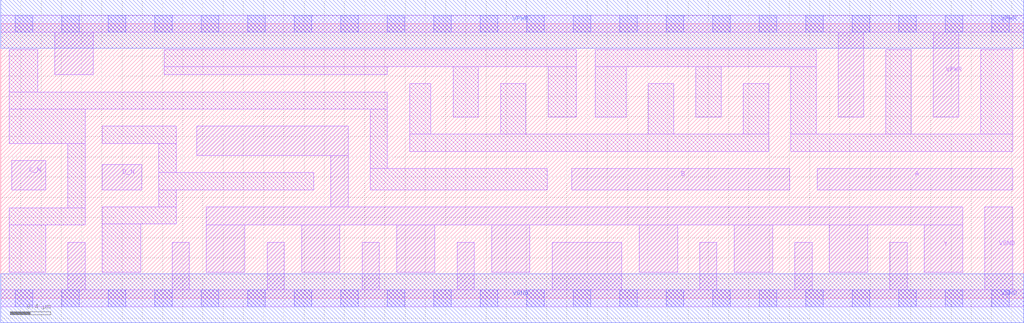
<source format=lef>
# Copyright 2020 The SkyWater PDK Authors
#
# Licensed under the Apache License, Version 2.0 (the "License");
# you may not use this file except in compliance with the License.
# You may obtain a copy of the License at
#
#     https://www.apache.org/licenses/LICENSE-2.0
#
# Unless required by applicable law or agreed to in writing, software
# distributed under the License is distributed on an "AS IS" BASIS,
# WITHOUT WARRANTIES OR CONDITIONS OF ANY KIND, either express or implied.
# See the License for the specific language governing permissions and
# limitations under the License.
#
# SPDX-License-Identifier: Apache-2.0

VERSION 5.7 ;
  NAMESCASESENSITIVE ON ;
  NOWIREEXTENSIONATPIN ON ;
  DIVIDERCHAR "/" ;
  BUSBITCHARS "[]" ;
UNITS
  DATABASE MICRONS 200 ;
END UNITS
PROPERTYDEFINITIONS
  MACRO maskLayoutSubType STRING ;
  MACRO prCellType STRING ;
  MACRO originalViewName STRING ;
END PROPERTYDEFINITIONS
MACRO sky130_fd_sc_hdll__nor4bb_4
  CLASS CORE ;
  FOREIGN sky130_fd_sc_hdll__nor4bb_4 ;
  ORIGIN  0.000000  0.000000 ;
  SIZE  10.12000 BY  2.720000 ;
  SYMMETRY X Y R90 ;
  SITE unithd ;
  PIN A
    ANTENNAGATEAREA  1.110000 ;
    DIRECTION INPUT ;
    USE SIGNAL ;
    PORT
      LAYER li1 ;
        RECT 8.075000 1.075000 10.010000 1.285000 ;
    END
  END A
  PIN B
    ANTENNAGATEAREA  1.110000 ;
    DIRECTION INPUT ;
    USE SIGNAL ;
    PORT
      LAYER li1 ;
        RECT 5.650000 1.075000 7.805000 1.285000 ;
    END
  END B
  PIN C_N
    ANTENNAGATEAREA  0.277500 ;
    DIRECTION INPUT ;
    USE SIGNAL ;
    PORT
      LAYER li1 ;
        RECT 0.110000 1.075000 0.445000 1.365000 ;
    END
  END C_N
  PIN D_N
    ANTENNAGATEAREA  0.277500 ;
    DIRECTION INPUT ;
    USE SIGNAL ;
    PORT
      LAYER li1 ;
        RECT 1.005000 1.075000 1.395000 1.325000 ;
    END
  END D_N
  PIN VGND
    ANTENNADIFFAREA  2.223000 ;
    DIRECTION INOUT ;
    USE SIGNAL ;
    PORT
      LAYER li1 ;
        RECT 0.000000 -0.085000 10.120000 0.085000 ;
        RECT 0.665000  0.085000  0.835000 0.555000 ;
        RECT 1.695000  0.085000  1.865000 0.555000 ;
        RECT 2.635000  0.085000  2.805000 0.555000 ;
        RECT 3.575000  0.085000  3.745000 0.555000 ;
        RECT 4.515000  0.085000  4.685000 0.555000 ;
        RECT 5.455000  0.085000  6.145000 0.555000 ;
        RECT 6.915000  0.085000  7.085000 0.555000 ;
        RECT 7.855000  0.085000  8.025000 0.555000 ;
        RECT 8.795000  0.085000  8.965000 0.555000 ;
        RECT 9.735000  0.085000 10.010000 0.905000 ;
      LAYER mcon ;
        RECT 0.145000 -0.085000 0.315000 0.085000 ;
        RECT 0.605000 -0.085000 0.775000 0.085000 ;
        RECT 1.065000 -0.085000 1.235000 0.085000 ;
        RECT 1.525000 -0.085000 1.695000 0.085000 ;
        RECT 1.985000 -0.085000 2.155000 0.085000 ;
        RECT 2.445000 -0.085000 2.615000 0.085000 ;
        RECT 2.905000 -0.085000 3.075000 0.085000 ;
        RECT 3.365000 -0.085000 3.535000 0.085000 ;
        RECT 3.825000 -0.085000 3.995000 0.085000 ;
        RECT 4.285000 -0.085000 4.455000 0.085000 ;
        RECT 4.745000 -0.085000 4.915000 0.085000 ;
        RECT 5.205000 -0.085000 5.375000 0.085000 ;
        RECT 5.665000 -0.085000 5.835000 0.085000 ;
        RECT 6.125000 -0.085000 6.295000 0.085000 ;
        RECT 6.585000 -0.085000 6.755000 0.085000 ;
        RECT 7.045000 -0.085000 7.215000 0.085000 ;
        RECT 7.505000 -0.085000 7.675000 0.085000 ;
        RECT 7.965000 -0.085000 8.135000 0.085000 ;
        RECT 8.425000 -0.085000 8.595000 0.085000 ;
        RECT 8.885000 -0.085000 9.055000 0.085000 ;
        RECT 9.345000 -0.085000 9.515000 0.085000 ;
        RECT 9.805000 -0.085000 9.975000 0.085000 ;
      LAYER met1 ;
        RECT 0.000000 -0.240000 10.120000 0.240000 ;
    END
  END VGND
  PIN VPWR
    ANTENNADIFFAREA  0.870000 ;
    DIRECTION INOUT ;
    USE SIGNAL ;
    PORT
      LAYER li1 ;
        RECT 0.000000 2.635000 10.120000 2.805000 ;
        RECT 0.535000 2.215000  0.915000 2.635000 ;
        RECT 8.285000 1.795000  8.535000 2.635000 ;
        RECT 9.225000 1.795000  9.475000 2.635000 ;
      LAYER mcon ;
        RECT 0.145000 2.635000 0.315000 2.805000 ;
        RECT 0.605000 2.635000 0.775000 2.805000 ;
        RECT 1.065000 2.635000 1.235000 2.805000 ;
        RECT 1.525000 2.635000 1.695000 2.805000 ;
        RECT 1.985000 2.635000 2.155000 2.805000 ;
        RECT 2.445000 2.635000 2.615000 2.805000 ;
        RECT 2.905000 2.635000 3.075000 2.805000 ;
        RECT 3.365000 2.635000 3.535000 2.805000 ;
        RECT 3.825000 2.635000 3.995000 2.805000 ;
        RECT 4.285000 2.635000 4.455000 2.805000 ;
        RECT 4.745000 2.635000 4.915000 2.805000 ;
        RECT 5.205000 2.635000 5.375000 2.805000 ;
        RECT 5.665000 2.635000 5.835000 2.805000 ;
        RECT 6.125000 2.635000 6.295000 2.805000 ;
        RECT 6.585000 2.635000 6.755000 2.805000 ;
        RECT 7.045000 2.635000 7.215000 2.805000 ;
        RECT 7.505000 2.635000 7.675000 2.805000 ;
        RECT 7.965000 2.635000 8.135000 2.805000 ;
        RECT 8.425000 2.635000 8.595000 2.805000 ;
        RECT 8.885000 2.635000 9.055000 2.805000 ;
        RECT 9.345000 2.635000 9.515000 2.805000 ;
        RECT 9.805000 2.635000 9.975000 2.805000 ;
      LAYER met1 ;
        RECT 0.000000 2.480000 10.120000 2.960000 ;
    END
  END VPWR
  PIN Y
    ANTENNADIFFAREA  2.374000 ;
    DIRECTION OUTPUT ;
    USE SIGNAL ;
    PORT
      LAYER li1 ;
        RECT 1.940000 1.415000 3.435000 1.705000 ;
        RECT 2.035000 0.255000 2.415000 0.725000 ;
        RECT 2.035000 0.725000 9.515000 0.905000 ;
        RECT 2.975000 0.255000 3.355000 0.725000 ;
        RECT 3.265000 0.905000 3.435000 1.415000 ;
        RECT 3.915000 0.255000 4.295000 0.725000 ;
        RECT 4.855000 0.255000 5.235000 0.725000 ;
        RECT 6.315000 0.255000 6.695000 0.725000 ;
        RECT 7.255000 0.255000 7.635000 0.725000 ;
        RECT 8.195000 0.255000 8.575000 0.725000 ;
        RECT 9.135000 0.255000 9.515000 0.725000 ;
    END
  END Y
  OBS
    LAYER li1 ;
      RECT 0.085000 0.255000  0.445000 0.725000 ;
      RECT 0.085000 0.725000  0.835000 0.895000 ;
      RECT 0.085000 1.535000  0.835000 1.875000 ;
      RECT 0.085000 1.875000  3.825000 2.045000 ;
      RECT 0.085000 2.045000  0.365000 2.465000 ;
      RECT 0.665000 0.895000  0.835000 1.535000 ;
      RECT 1.005000 0.255000  1.385000 0.735000 ;
      RECT 1.005000 0.735000  1.735000 0.905000 ;
      RECT 1.005000 1.535000  1.735000 1.705000 ;
      RECT 1.565000 0.905000  1.735000 1.075000 ;
      RECT 1.565000 1.075000  3.095000 1.245000 ;
      RECT 1.565000 1.245000  1.735000 1.535000 ;
      RECT 1.615000 2.215000  3.825000 2.295000 ;
      RECT 1.615000 2.295000  5.695000 2.465000 ;
      RECT 3.655000 1.075000  5.405000 1.285000 ;
      RECT 3.655000 1.285000  3.825000 1.875000 ;
      RECT 4.045000 1.455000  7.595000 1.625000 ;
      RECT 4.045000 1.625000  4.255000 2.125000 ;
      RECT 4.475000 1.795000  4.725000 2.295000 ;
      RECT 4.945000 1.625000  5.195000 2.125000 ;
      RECT 5.415000 1.795000  5.695000 2.295000 ;
      RECT 5.880000 1.795000  6.185000 2.295000 ;
      RECT 5.880000 2.295000  8.065000 2.465000 ;
      RECT 6.405000 1.625000  6.655000 2.125000 ;
      RECT 6.875000 1.795000  7.125000 2.295000 ;
      RECT 7.345000 1.625000  7.595000 2.125000 ;
      RECT 7.815000 1.455000 10.010000 1.625000 ;
      RECT 7.815000 1.625000  8.065000 2.295000 ;
      RECT 8.755000 1.625000  9.005000 2.465000 ;
      RECT 9.695000 1.625000 10.010000 2.465000 ;
  END
  PROPERTY maskLayoutSubType "abstract" ;
  PROPERTY prCellType "standard" ;
  PROPERTY originalViewName "layout" ;
END sky130_fd_sc_hdll__nor4bb_4

</source>
